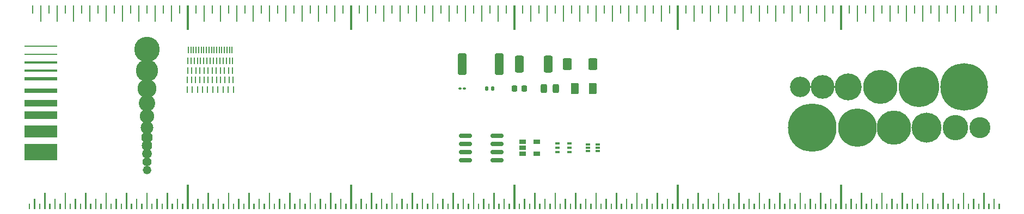
<source format=gbr>
G04 #@! TF.GenerationSoftware,KiCad,Pcbnew,(6.0.0)*
G04 #@! TF.CreationDate,2022-05-01T21:30:31-04:00*
G04 #@! TF.ProjectId,ruler,72756c65-722e-46b6-9963-61645f706362,0.1*
G04 #@! TF.SameCoordinates,Original*
G04 #@! TF.FileFunction,Soldermask,Top*
G04 #@! TF.FilePolarity,Negative*
%FSLAX46Y46*%
G04 Gerber Fmt 4.6, Leading zero omitted, Abs format (unit mm)*
G04 Created by KiCad (PCBNEW (6.0.0)) date 2022-05-01 21:30:31*
%MOMM*%
%LPD*%
G01*
G04 APERTURE LIST*
G04 Aperture macros list*
%AMRoundRect*
0 Rectangle with rounded corners*
0 $1 Rounding radius*
0 $2 $3 $4 $5 $6 $7 $8 $9 X,Y pos of 4 corners*
0 Add a 4 corners polygon primitive as box body*
4,1,4,$2,$3,$4,$5,$6,$7,$8,$9,$2,$3,0*
0 Add four circle primitives for the rounded corners*
1,1,$1+$1,$2,$3*
1,1,$1+$1,$4,$5*
1,1,$1+$1,$6,$7*
1,1,$1+$1,$8,$9*
0 Add four rect primitives between the rounded corners*
20,1,$1+$1,$2,$3,$4,$5,0*
20,1,$1+$1,$4,$5,$6,$7,0*
20,1,$1+$1,$6,$7,$8,$9,0*
20,1,$1+$1,$8,$9,$2,$3,0*%
G04 Aperture macros list end*
%ADD10R,1.060000X0.650000*%
%ADD11RoundRect,0.150000X-0.825000X-0.150000X0.825000X-0.150000X0.825000X0.150000X-0.825000X0.150000X0*%
%ADD12R,0.650000X0.400000*%
%ADD13R,0.700000X0.400000*%
%ADD14C,7.400000*%
%ADD15C,5.300000*%
%ADD16C,4.200000*%
%ADD17C,3.200000*%
%ADD18C,3.700000*%
%ADD19C,6.300000*%
%ADD20C,7.543800*%
%ADD21C,5.994400*%
%ADD22C,4.673600*%
%ADD23C,3.276600*%
%ADD24C,3.962400*%
%ADD25C,5.334000*%
%ADD26R,5.080000X1.016000*%
%ADD27R,5.080000X0.304800*%
%ADD28R,5.080000X0.381000*%
%ADD29R,5.080000X0.254000*%
%ADD30R,5.080000X1.270000*%
%ADD31R,5.080000X0.203200*%
%ADD32R,5.080000X2.540000*%
%ADD33R,5.080000X0.508000*%
%ADD34R,5.080000X0.762000*%
%ADD35R,5.080000X1.905000*%
%ADD36C,2.946400*%
%ADD37C,1.397000*%
%ADD38C,3.454400*%
%ADD39C,1.625600*%
%ADD40C,1.320800*%
%ADD41C,1.498600*%
%ADD42C,2.235200*%
%ADD43C,1.981200*%
%ADD44C,1.778000*%
%ADD45C,2.540000*%
%ADD46R,0.250000X1.000000*%
%ADD47RoundRect,0.250000X-0.425000X-1.425000X0.425000X-1.425000X0.425000X1.425000X-0.425000X1.425000X0*%
%ADD48RoundRect,0.147500X-0.147500X-0.172500X0.147500X-0.172500X0.147500X0.172500X-0.147500X0.172500X0*%
%ADD49RoundRect,0.243750X-0.243750X-0.456250X0.243750X-0.456250X0.243750X0.456250X-0.243750X0.456250X0*%
%ADD50RoundRect,0.100000X-0.130000X-0.100000X0.130000X-0.100000X0.130000X0.100000X-0.130000X0.100000X0*%
%ADD51RoundRect,0.218750X-0.218750X-0.256250X0.218750X-0.256250X0.218750X0.256250X-0.218750X0.256250X0*%
%ADD52RoundRect,0.249999X-0.450001X-0.650001X0.450001X-0.650001X0.450001X0.650001X-0.450001X0.650001X0*%
%ADD53RoundRect,0.250000X-0.425000X-1.075000X0.425000X-1.075000X0.425000X1.075000X-0.425000X1.075000X0*%
%ADD54RoundRect,0.250000X-0.375000X-0.625000X0.375000X-0.625000X0.375000X0.625000X-0.375000X0.625000X0*%
G04 APERTURE END LIST*
G36*
X115671600Y-77470000D02*
G01*
X115468400Y-77470000D01*
X115468400Y-76200000D01*
X115671600Y-76200000D01*
X115671600Y-77470000D01*
G37*
G36*
X124561600Y-78740000D02*
G01*
X124358400Y-78740000D01*
X124358400Y-76200000D01*
X124561600Y-76200000D01*
X124561600Y-78740000D01*
G37*
G36*
X122021600Y-78740000D02*
G01*
X121818400Y-78740000D01*
X121818400Y-76200000D01*
X122021600Y-76200000D01*
X122021600Y-78740000D01*
G37*
G36*
X104241600Y-78740000D02*
G01*
X104038400Y-78740000D01*
X104038400Y-76200000D01*
X104241600Y-76200000D01*
X104241600Y-78740000D01*
G37*
G36*
X116941600Y-78740000D02*
G01*
X116738400Y-78740000D01*
X116738400Y-76200000D01*
X116941600Y-76200000D01*
X116941600Y-78740000D01*
G37*
G36*
X125831600Y-77470000D02*
G01*
X125628400Y-77470000D01*
X125628400Y-76200000D01*
X125831600Y-76200000D01*
X125831600Y-77470000D01*
G37*
G36*
X123291600Y-77470000D02*
G01*
X123088400Y-77470000D01*
X123088400Y-76200000D01*
X123291600Y-76200000D01*
X123291600Y-77470000D01*
G37*
G36*
X105511600Y-77470000D02*
G01*
X105308400Y-77470000D01*
X105308400Y-76200000D01*
X105511600Y-76200000D01*
X105511600Y-77470000D01*
G37*
G36*
X111861600Y-78740000D02*
G01*
X111658400Y-78740000D01*
X111658400Y-76200000D01*
X111861600Y-76200000D01*
X111861600Y-78740000D01*
G37*
G36*
X102971600Y-77470000D02*
G01*
X102768400Y-77470000D01*
X102768400Y-76200000D01*
X102971600Y-76200000D01*
X102971600Y-77470000D01*
G37*
G36*
X109321600Y-78740000D02*
G01*
X109118400Y-78740000D01*
X109118400Y-76200000D01*
X109321600Y-76200000D01*
X109321600Y-78740000D01*
G37*
G36*
X114401600Y-78740000D02*
G01*
X114198400Y-78740000D01*
X114198400Y-76200000D01*
X114401600Y-76200000D01*
X114401600Y-78740000D01*
G37*
G36*
X108051600Y-77470000D02*
G01*
X107848400Y-77470000D01*
X107848400Y-76200000D01*
X108051600Y-76200000D01*
X108051600Y-77470000D01*
G37*
G36*
X106781600Y-78740000D02*
G01*
X106578400Y-78740000D01*
X106578400Y-76200000D01*
X106781600Y-76200000D01*
X106781600Y-78740000D01*
G37*
G36*
X110591600Y-77470000D02*
G01*
X110388400Y-77470000D01*
X110388400Y-76200000D01*
X110591600Y-76200000D01*
X110591600Y-77470000D01*
G37*
G36*
X113131600Y-77470000D02*
G01*
X112928400Y-77470000D01*
X112928400Y-76200000D01*
X113131600Y-76200000D01*
X113131600Y-77470000D01*
G37*
G36*
X120751600Y-77470000D02*
G01*
X120548400Y-77470000D01*
X120548400Y-76200000D01*
X120751600Y-76200000D01*
X120751600Y-77470000D01*
G37*
G36*
X127152400Y-80010000D02*
G01*
X126847600Y-80010000D01*
X126847600Y-76200000D01*
X127152400Y-76200000D01*
X127152400Y-80010000D01*
G37*
G36*
X118211600Y-77470000D02*
G01*
X118008400Y-77470000D01*
X118008400Y-76200000D01*
X118211600Y-76200000D01*
X118211600Y-77470000D01*
G37*
G36*
X101752400Y-80010000D02*
G01*
X101447600Y-80010000D01*
X101447600Y-76200000D01*
X101752400Y-76200000D01*
X101752400Y-80010000D01*
G37*
G36*
X119481600Y-78740000D02*
G01*
X119278400Y-78740000D01*
X119278400Y-76200000D01*
X119481600Y-76200000D01*
X119481600Y-78740000D01*
G37*
G36*
X86461600Y-78740000D02*
G01*
X86258400Y-78740000D01*
X86258400Y-76200000D01*
X86461600Y-76200000D01*
X86461600Y-78740000D01*
G37*
G36*
X78841600Y-78740000D02*
G01*
X78638400Y-78740000D01*
X78638400Y-76200000D01*
X78841600Y-76200000D01*
X78841600Y-78740000D01*
G37*
G36*
X94081600Y-78740000D02*
G01*
X93878400Y-78740000D01*
X93878400Y-76200000D01*
X94081600Y-76200000D01*
X94081600Y-78740000D01*
G37*
G36*
X99161600Y-78740000D02*
G01*
X98958400Y-78740000D01*
X98958400Y-76200000D01*
X99161600Y-76200000D01*
X99161600Y-78740000D01*
G37*
G36*
X85191600Y-77470000D02*
G01*
X84988400Y-77470000D01*
X84988400Y-76200000D01*
X85191600Y-76200000D01*
X85191600Y-77470000D01*
G37*
G36*
X96621600Y-78740000D02*
G01*
X96418400Y-78740000D01*
X96418400Y-76200000D01*
X96621600Y-76200000D01*
X96621600Y-78740000D01*
G37*
G36*
X83921600Y-78740000D02*
G01*
X83718400Y-78740000D01*
X83718400Y-76200000D01*
X83921600Y-76200000D01*
X83921600Y-78740000D01*
G37*
G36*
X89001600Y-78740000D02*
G01*
X88798400Y-78740000D01*
X88798400Y-76200000D01*
X89001600Y-76200000D01*
X89001600Y-78740000D01*
G37*
G36*
X92811600Y-77470000D02*
G01*
X92608400Y-77470000D01*
X92608400Y-76200000D01*
X92811600Y-76200000D01*
X92811600Y-77470000D01*
G37*
G36*
X80111600Y-77470000D02*
G01*
X79908400Y-77470000D01*
X79908400Y-76200000D01*
X80111600Y-76200000D01*
X80111600Y-77470000D01*
G37*
G36*
X81381600Y-78740000D02*
G01*
X81178400Y-78740000D01*
X81178400Y-76200000D01*
X81381600Y-76200000D01*
X81381600Y-78740000D01*
G37*
G36*
X90271600Y-77470000D02*
G01*
X90068400Y-77470000D01*
X90068400Y-76200000D01*
X90271600Y-76200000D01*
X90271600Y-77470000D01*
G37*
G36*
X82651600Y-77470000D02*
G01*
X82448400Y-77470000D01*
X82448400Y-76200000D01*
X82651600Y-76200000D01*
X82651600Y-77470000D01*
G37*
G36*
X91541600Y-78740000D02*
G01*
X91338400Y-78740000D01*
X91338400Y-76200000D01*
X91541600Y-76200000D01*
X91541600Y-78740000D01*
G37*
G36*
X77571600Y-77470000D02*
G01*
X77368400Y-77470000D01*
X77368400Y-76200000D01*
X77571600Y-76200000D01*
X77571600Y-77470000D01*
G37*
G36*
X87731600Y-77470000D02*
G01*
X87528400Y-77470000D01*
X87528400Y-76200000D01*
X87731600Y-76200000D01*
X87731600Y-77470000D01*
G37*
G36*
X95351600Y-77470000D02*
G01*
X95148400Y-77470000D01*
X95148400Y-76200000D01*
X95351600Y-76200000D01*
X95351600Y-77470000D01*
G37*
G36*
X100431600Y-77470000D02*
G01*
X100228400Y-77470000D01*
X100228400Y-76200000D01*
X100431600Y-76200000D01*
X100431600Y-77470000D01*
G37*
G36*
X97891600Y-77470000D02*
G01*
X97688400Y-77470000D01*
X97688400Y-76200000D01*
X97891600Y-76200000D01*
X97891600Y-77470000D01*
G37*
G36*
X202031600Y-77470000D02*
G01*
X201828400Y-77470000D01*
X201828400Y-76200000D01*
X202031600Y-76200000D01*
X202031600Y-77470000D01*
G37*
G36*
X198221600Y-78740000D02*
G01*
X198018400Y-78740000D01*
X198018400Y-76200000D01*
X198221600Y-76200000D01*
X198221600Y-78740000D01*
G37*
G36*
X185521600Y-78740000D02*
G01*
X185318400Y-78740000D01*
X185318400Y-76200000D01*
X185521600Y-76200000D01*
X185521600Y-78740000D01*
G37*
G36*
X195681600Y-78740000D02*
G01*
X195478400Y-78740000D01*
X195478400Y-76200000D01*
X195681600Y-76200000D01*
X195681600Y-78740000D01*
G37*
G36*
X182981600Y-78740000D02*
G01*
X182778400Y-78740000D01*
X182778400Y-76200000D01*
X182981600Y-76200000D01*
X182981600Y-78740000D01*
G37*
G36*
X203352400Y-80010000D02*
G01*
X203047600Y-80010000D01*
X203047600Y-76200000D01*
X203352400Y-76200000D01*
X203352400Y-80010000D01*
G37*
G36*
X191871600Y-77470000D02*
G01*
X191668400Y-77470000D01*
X191668400Y-76200000D01*
X191871600Y-76200000D01*
X191871600Y-77470000D01*
G37*
G36*
X190601600Y-78740000D02*
G01*
X190398400Y-78740000D01*
X190398400Y-76200000D01*
X190601600Y-76200000D01*
X190601600Y-78740000D01*
G37*
G36*
X180441600Y-78740000D02*
G01*
X180238400Y-78740000D01*
X180238400Y-76200000D01*
X180441600Y-76200000D01*
X180441600Y-78740000D01*
G37*
G36*
X194411600Y-77470000D02*
G01*
X194208400Y-77470000D01*
X194208400Y-76200000D01*
X194411600Y-76200000D01*
X194411600Y-77470000D01*
G37*
G36*
X199491600Y-77470000D02*
G01*
X199288400Y-77470000D01*
X199288400Y-76200000D01*
X199491600Y-76200000D01*
X199491600Y-77470000D01*
G37*
G36*
X189331600Y-77470000D02*
G01*
X189128400Y-77470000D01*
X189128400Y-76200000D01*
X189331600Y-76200000D01*
X189331600Y-77470000D01*
G37*
G36*
X196951600Y-77470000D02*
G01*
X196748400Y-77470000D01*
X196748400Y-76200000D01*
X196951600Y-76200000D01*
X196951600Y-77470000D01*
G37*
G36*
X179171600Y-77470000D02*
G01*
X178968400Y-77470000D01*
X178968400Y-76200000D01*
X179171600Y-76200000D01*
X179171600Y-77470000D01*
G37*
G36*
X193141600Y-78740000D02*
G01*
X192938400Y-78740000D01*
X192938400Y-76200000D01*
X193141600Y-76200000D01*
X193141600Y-78740000D01*
G37*
G36*
X186791600Y-77470000D02*
G01*
X186588400Y-77470000D01*
X186588400Y-76200000D01*
X186791600Y-76200000D01*
X186791600Y-77470000D01*
G37*
G36*
X184251600Y-77470000D02*
G01*
X184048400Y-77470000D01*
X184048400Y-76200000D01*
X184251600Y-76200000D01*
X184251600Y-77470000D01*
G37*
G36*
X177952400Y-80010000D02*
G01*
X177647600Y-80010000D01*
X177647600Y-76200000D01*
X177952400Y-76200000D01*
X177952400Y-80010000D01*
G37*
G36*
X188061600Y-78740000D02*
G01*
X187858400Y-78740000D01*
X187858400Y-76200000D01*
X188061600Y-76200000D01*
X188061600Y-78740000D01*
G37*
G36*
X181711600Y-77470000D02*
G01*
X181508400Y-77470000D01*
X181508400Y-76200000D01*
X181711600Y-76200000D01*
X181711600Y-77470000D01*
G37*
G36*
X200761600Y-78740000D02*
G01*
X200558400Y-78740000D01*
X200558400Y-76200000D01*
X200761600Y-76200000D01*
X200761600Y-78740000D01*
G37*
G36*
X209651600Y-77470000D02*
G01*
X209448400Y-77470000D01*
X209448400Y-76200000D01*
X209651600Y-76200000D01*
X209651600Y-77470000D01*
G37*
G36*
X219811600Y-77470000D02*
G01*
X219608400Y-77470000D01*
X219608400Y-76200000D01*
X219811600Y-76200000D01*
X219811600Y-77470000D01*
G37*
G36*
X227431600Y-77470000D02*
G01*
X227228400Y-77470000D01*
X227228400Y-76200000D01*
X227431600Y-76200000D01*
X227431600Y-77470000D01*
G37*
G36*
X210921600Y-78740000D02*
G01*
X210718400Y-78740000D01*
X210718400Y-76200000D01*
X210921600Y-76200000D01*
X210921600Y-78740000D01*
G37*
G36*
X213461600Y-78740000D02*
G01*
X213258400Y-78740000D01*
X213258400Y-76200000D01*
X213461600Y-76200000D01*
X213461600Y-78740000D01*
G37*
G36*
X221081600Y-78740000D02*
G01*
X220878400Y-78740000D01*
X220878400Y-76200000D01*
X221081600Y-76200000D01*
X221081600Y-78740000D01*
G37*
G36*
X208381600Y-78740000D02*
G01*
X208178400Y-78740000D01*
X208178400Y-76200000D01*
X208381600Y-76200000D01*
X208381600Y-78740000D01*
G37*
G36*
X217271600Y-77470000D02*
G01*
X217068400Y-77470000D01*
X217068400Y-76200000D01*
X217271600Y-76200000D01*
X217271600Y-77470000D01*
G37*
G36*
X218541600Y-78740000D02*
G01*
X218338400Y-78740000D01*
X218338400Y-76200000D01*
X218541600Y-76200000D01*
X218541600Y-78740000D01*
G37*
G36*
X212191600Y-77470000D02*
G01*
X211988400Y-77470000D01*
X211988400Y-76200000D01*
X212191600Y-76200000D01*
X212191600Y-77470000D01*
G37*
G36*
X204571600Y-77470000D02*
G01*
X204368400Y-77470000D01*
X204368400Y-76200000D01*
X204571600Y-76200000D01*
X204571600Y-77470000D01*
G37*
G36*
X214731600Y-77470000D02*
G01*
X214528400Y-77470000D01*
X214528400Y-76200000D01*
X214731600Y-76200000D01*
X214731600Y-77470000D01*
G37*
G36*
X216001600Y-78740000D02*
G01*
X215798400Y-78740000D01*
X215798400Y-76200000D01*
X216001600Y-76200000D01*
X216001600Y-78740000D01*
G37*
G36*
X207111600Y-77470000D02*
G01*
X206908400Y-77470000D01*
X206908400Y-76200000D01*
X207111600Y-76200000D01*
X207111600Y-77470000D01*
G37*
G36*
X223621600Y-78740000D02*
G01*
X223418400Y-78740000D01*
X223418400Y-76200000D01*
X223621600Y-76200000D01*
X223621600Y-78740000D01*
G37*
G36*
X205841600Y-78740000D02*
G01*
X205638400Y-78740000D01*
X205638400Y-76200000D01*
X205841600Y-76200000D01*
X205841600Y-78740000D01*
G37*
G36*
X222351600Y-77470000D02*
G01*
X222148400Y-77470000D01*
X222148400Y-76200000D01*
X222351600Y-76200000D01*
X222351600Y-77470000D01*
G37*
G36*
X226161600Y-78740000D02*
G01*
X225958400Y-78740000D01*
X225958400Y-76200000D01*
X226161600Y-76200000D01*
X226161600Y-78740000D01*
G37*
G36*
X224891600Y-77470000D02*
G01*
X224688400Y-77470000D01*
X224688400Y-76200000D01*
X224891600Y-76200000D01*
X224891600Y-77470000D01*
G37*
G36*
X123926600Y-107950000D02*
G01*
X123723400Y-107950000D01*
X123723400Y-105410000D01*
X123926600Y-105410000D01*
X123926600Y-107950000D01*
G37*
G36*
X126307850Y-107950000D02*
G01*
X126104650Y-107950000D01*
X126104650Y-107156250D01*
X126307850Y-107156250D01*
X126307850Y-107950000D01*
G37*
G36*
X107257850Y-107950000D02*
G01*
X107054650Y-107950000D01*
X107054650Y-107156250D01*
X107257850Y-107156250D01*
X107257850Y-107950000D01*
G37*
G36*
X123132850Y-107950000D02*
G01*
X122929650Y-107950000D01*
X122929650Y-107156250D01*
X123132850Y-107156250D01*
X123132850Y-107950000D01*
G37*
G36*
X120751600Y-107950000D02*
G01*
X120548400Y-107950000D01*
X120548400Y-105410000D01*
X120751600Y-105410000D01*
X120751600Y-107950000D01*
G37*
G36*
X102495350Y-107950000D02*
G01*
X102292150Y-107950000D01*
X102292150Y-107156250D01*
X102495350Y-107156250D01*
X102495350Y-107950000D01*
G37*
G36*
X121545350Y-107950000D02*
G01*
X121342150Y-107950000D01*
X121342150Y-107156250D01*
X121545350Y-107156250D01*
X121545350Y-107950000D01*
G37*
G36*
X112814100Y-107950000D02*
G01*
X112610900Y-107950000D01*
X112610900Y-106362500D01*
X112814100Y-106362500D01*
X112814100Y-107950000D01*
G37*
G36*
X111226600Y-107950000D02*
G01*
X111023400Y-107950000D01*
X111023400Y-105410000D01*
X111226600Y-105410000D01*
X111226600Y-107950000D01*
G37*
G36*
X117576600Y-107950000D02*
G01*
X117373400Y-107950000D01*
X117373400Y-105410000D01*
X117576600Y-105410000D01*
X117576600Y-107950000D01*
G37*
G36*
X113607850Y-107950000D02*
G01*
X113404650Y-107950000D01*
X113404650Y-107156250D01*
X113607850Y-107156250D01*
X113607850Y-107950000D01*
G37*
G36*
X112020350Y-107950000D02*
G01*
X111817150Y-107950000D01*
X111817150Y-107156250D01*
X112020350Y-107156250D01*
X112020350Y-107950000D01*
G37*
G36*
X127152400Y-107950000D02*
G01*
X126847600Y-107950000D01*
X126847600Y-104140000D01*
X127152400Y-104140000D01*
X127152400Y-107950000D01*
G37*
G36*
X116782850Y-107950000D02*
G01*
X116579650Y-107950000D01*
X116579650Y-107156250D01*
X116782850Y-107156250D01*
X116782850Y-107950000D01*
G37*
G36*
X115195350Y-107950000D02*
G01*
X114992150Y-107950000D01*
X114992150Y-107156250D01*
X115195350Y-107156250D01*
X115195350Y-107950000D01*
G37*
G36*
X109639100Y-107950000D02*
G01*
X109435900Y-107950000D01*
X109435900Y-106362500D01*
X109639100Y-106362500D01*
X109639100Y-107950000D01*
G37*
G36*
X119164100Y-107950000D02*
G01*
X118960900Y-107950000D01*
X118960900Y-106362500D01*
X119164100Y-106362500D01*
X119164100Y-107950000D01*
G37*
G36*
X124720350Y-107950000D02*
G01*
X124517150Y-107950000D01*
X124517150Y-107156250D01*
X124720350Y-107156250D01*
X124720350Y-107950000D01*
G37*
G36*
X108845350Y-107950000D02*
G01*
X108642150Y-107950000D01*
X108642150Y-107156250D01*
X108845350Y-107156250D01*
X108845350Y-107950000D01*
G37*
G36*
X103289100Y-107950000D02*
G01*
X103085900Y-107950000D01*
X103085900Y-106362500D01*
X103289100Y-106362500D01*
X103289100Y-107950000D01*
G37*
G36*
X122339100Y-107950000D02*
G01*
X122135900Y-107950000D01*
X122135900Y-106362500D01*
X122339100Y-106362500D01*
X122339100Y-107950000D01*
G37*
G36*
X105670350Y-107950000D02*
G01*
X105467150Y-107950000D01*
X105467150Y-107156250D01*
X105670350Y-107156250D01*
X105670350Y-107950000D01*
G37*
G36*
X101752400Y-107950000D02*
G01*
X101447600Y-107950000D01*
X101447600Y-104140000D01*
X101752400Y-104140000D01*
X101752400Y-107950000D01*
G37*
G36*
X104876600Y-107950000D02*
G01*
X104673400Y-107950000D01*
X104673400Y-105410000D01*
X104876600Y-105410000D01*
X104876600Y-107950000D01*
G37*
G36*
X114401600Y-107950000D02*
G01*
X114198400Y-107950000D01*
X114198400Y-105410000D01*
X114401600Y-105410000D01*
X114401600Y-107950000D01*
G37*
G36*
X108051600Y-107950000D02*
G01*
X107848400Y-107950000D01*
X107848400Y-105410000D01*
X108051600Y-105410000D01*
X108051600Y-107950000D01*
G37*
G36*
X118370350Y-107950000D02*
G01*
X118167150Y-107950000D01*
X118167150Y-107156250D01*
X118370350Y-107156250D01*
X118370350Y-107950000D01*
G37*
G36*
X125514100Y-107950000D02*
G01*
X125310900Y-107950000D01*
X125310900Y-106362500D01*
X125514100Y-106362500D01*
X125514100Y-107950000D01*
G37*
G36*
X110432850Y-107950000D02*
G01*
X110229650Y-107950000D01*
X110229650Y-107156250D01*
X110432850Y-107156250D01*
X110432850Y-107950000D01*
G37*
G36*
X119957850Y-107950000D02*
G01*
X119754650Y-107950000D01*
X119754650Y-107156250D01*
X119957850Y-107156250D01*
X119957850Y-107950000D01*
G37*
G36*
X115989100Y-107950000D02*
G01*
X115785900Y-107950000D01*
X115785900Y-106362500D01*
X115989100Y-106362500D01*
X115989100Y-107950000D01*
G37*
G36*
X104082850Y-107950000D02*
G01*
X103879650Y-107950000D01*
X103879650Y-107156250D01*
X104082850Y-107156250D01*
X104082850Y-107950000D01*
G37*
G36*
X106464100Y-107950000D02*
G01*
X106260900Y-107950000D01*
X106260900Y-106362500D01*
X106464100Y-106362500D01*
X106464100Y-107950000D01*
G37*
G36*
X100114100Y-107950000D02*
G01*
X99910900Y-107950000D01*
X99910900Y-106362500D01*
X100114100Y-106362500D01*
X100114100Y-107950000D01*
G37*
G36*
X89795350Y-107950000D02*
G01*
X89592150Y-107950000D01*
X89592150Y-107156250D01*
X89795350Y-107156250D01*
X89795350Y-107950000D01*
G37*
G36*
X92176600Y-107950000D02*
G01*
X91973400Y-107950000D01*
X91973400Y-105410000D01*
X92176600Y-105410000D01*
X92176600Y-107950000D01*
G37*
G36*
X85826600Y-107950000D02*
G01*
X85623400Y-107950000D01*
X85623400Y-105410000D01*
X85826600Y-105410000D01*
X85826600Y-107950000D01*
G37*
G36*
X81857850Y-107950000D02*
G01*
X81654650Y-107950000D01*
X81654650Y-107156250D01*
X81857850Y-107156250D01*
X81857850Y-107950000D01*
G37*
G36*
X95351600Y-107950000D02*
G01*
X95148400Y-107950000D01*
X95148400Y-105410000D01*
X95351600Y-105410000D01*
X95351600Y-107950000D01*
G37*
G36*
X98526600Y-107950000D02*
G01*
X98323400Y-107950000D01*
X98323400Y-105410000D01*
X98526600Y-105410000D01*
X98526600Y-107950000D01*
G37*
G36*
X93764100Y-107950000D02*
G01*
X93560900Y-107950000D01*
X93560900Y-106362500D01*
X93764100Y-106362500D01*
X93764100Y-107950000D01*
G37*
G36*
X94557850Y-107950000D02*
G01*
X94354650Y-107950000D01*
X94354650Y-107156250D01*
X94557850Y-107156250D01*
X94557850Y-107950000D01*
G37*
G36*
X96939100Y-107950000D02*
G01*
X96735900Y-107950000D01*
X96735900Y-106362500D01*
X96939100Y-106362500D01*
X96939100Y-107950000D01*
G37*
G36*
X82651600Y-107950000D02*
G01*
X82448400Y-107950000D01*
X82448400Y-105410000D01*
X82651600Y-105410000D01*
X82651600Y-107950000D01*
G37*
G36*
X99320350Y-107950000D02*
G01*
X99117150Y-107950000D01*
X99117150Y-107156250D01*
X99320350Y-107156250D01*
X99320350Y-107950000D01*
G37*
G36*
X96145350Y-107950000D02*
G01*
X95942150Y-107950000D01*
X95942150Y-107156250D01*
X96145350Y-107156250D01*
X96145350Y-107950000D01*
G37*
G36*
X86620350Y-107950000D02*
G01*
X86417150Y-107950000D01*
X86417150Y-107156250D01*
X86620350Y-107156250D01*
X86620350Y-107950000D01*
G37*
G36*
X78682850Y-107950000D02*
G01*
X78479650Y-107950000D01*
X78479650Y-107156250D01*
X78682850Y-107156250D01*
X78682850Y-107950000D01*
G37*
G36*
X77889100Y-107950000D02*
G01*
X77685900Y-107950000D01*
X77685900Y-106362500D01*
X77889100Y-106362500D01*
X77889100Y-107950000D01*
G37*
G36*
X79476600Y-107950000D02*
G01*
X79273400Y-107950000D01*
X79273400Y-105410000D01*
X79476600Y-105410000D01*
X79476600Y-107950000D01*
G37*
G36*
X92970350Y-107950000D02*
G01*
X92767150Y-107950000D01*
X92767150Y-107156250D01*
X92970350Y-107156250D01*
X92970350Y-107950000D01*
G37*
G36*
X77095350Y-107950000D02*
G01*
X76892150Y-107950000D01*
X76892150Y-107156250D01*
X77095350Y-107156250D01*
X77095350Y-107950000D01*
G37*
G36*
X84239100Y-107950000D02*
G01*
X84035900Y-107950000D01*
X84035900Y-106362500D01*
X84239100Y-106362500D01*
X84239100Y-107950000D01*
G37*
G36*
X89001600Y-107950000D02*
G01*
X88798400Y-107950000D01*
X88798400Y-105410000D01*
X89001600Y-105410000D01*
X89001600Y-107950000D01*
G37*
G36*
X80270350Y-107950000D02*
G01*
X80067150Y-107950000D01*
X80067150Y-107156250D01*
X80270350Y-107156250D01*
X80270350Y-107950000D01*
G37*
G36*
X87414100Y-107950000D02*
G01*
X87210900Y-107950000D01*
X87210900Y-106362500D01*
X87414100Y-106362500D01*
X87414100Y-107950000D01*
G37*
G36*
X100907850Y-107950000D02*
G01*
X100704650Y-107950000D01*
X100704650Y-107156250D01*
X100907850Y-107156250D01*
X100907850Y-107950000D01*
G37*
G36*
X90589100Y-107950000D02*
G01*
X90385900Y-107950000D01*
X90385900Y-106362500D01*
X90589100Y-106362500D01*
X90589100Y-107950000D01*
G37*
G36*
X91382850Y-107950000D02*
G01*
X91179650Y-107950000D01*
X91179650Y-107156250D01*
X91382850Y-107156250D01*
X91382850Y-107950000D01*
G37*
G36*
X83445350Y-107950000D02*
G01*
X83242150Y-107950000D01*
X83242150Y-107156250D01*
X83445350Y-107156250D01*
X83445350Y-107950000D01*
G37*
G36*
X85032850Y-107950000D02*
G01*
X84829650Y-107950000D01*
X84829650Y-107156250D01*
X85032850Y-107156250D01*
X85032850Y-107950000D01*
G37*
G36*
X88207850Y-107950000D02*
G01*
X88004650Y-107950000D01*
X88004650Y-107156250D01*
X88207850Y-107156250D01*
X88207850Y-107950000D01*
G37*
G36*
X97732850Y-107950000D02*
G01*
X97529650Y-107950000D01*
X97529650Y-107156250D01*
X97732850Y-107156250D01*
X97732850Y-107950000D01*
G37*
G36*
X81064100Y-107950000D02*
G01*
X80860900Y-107950000D01*
X80860900Y-106362500D01*
X81064100Y-106362500D01*
X81064100Y-107950000D01*
G37*
G36*
X179489100Y-107950000D02*
G01*
X179285900Y-107950000D01*
X179285900Y-106362500D01*
X179489100Y-106362500D01*
X179489100Y-107950000D01*
G37*
G36*
X194570350Y-107950000D02*
G01*
X194367150Y-107950000D01*
X194367150Y-107156250D01*
X194570350Y-107156250D01*
X194570350Y-107950000D01*
G37*
G36*
X178695350Y-107950000D02*
G01*
X178492150Y-107950000D01*
X178492150Y-107156250D01*
X178695350Y-107156250D01*
X178695350Y-107950000D01*
G37*
G36*
X184251600Y-107950000D02*
G01*
X184048400Y-107950000D01*
X184048400Y-105410000D01*
X184251600Y-105410000D01*
X184251600Y-107950000D01*
G37*
G36*
X201714100Y-107950000D02*
G01*
X201510900Y-107950000D01*
X201510900Y-106362500D01*
X201714100Y-106362500D01*
X201714100Y-107950000D01*
G37*
G36*
X192189100Y-107950000D02*
G01*
X191985900Y-107950000D01*
X191985900Y-106362500D01*
X192189100Y-106362500D01*
X192189100Y-107950000D01*
G37*
G36*
X191395350Y-107950000D02*
G01*
X191192150Y-107950000D01*
X191192150Y-107156250D01*
X191395350Y-107156250D01*
X191395350Y-107950000D01*
G37*
G36*
X189014100Y-107950000D02*
G01*
X188810900Y-107950000D01*
X188810900Y-106362500D01*
X189014100Y-106362500D01*
X189014100Y-107950000D01*
G37*
G36*
X190601600Y-107950000D02*
G01*
X190398400Y-107950000D01*
X190398400Y-105410000D01*
X190601600Y-105410000D01*
X190601600Y-107950000D01*
G37*
G36*
X200126600Y-107950000D02*
G01*
X199923400Y-107950000D01*
X199923400Y-105410000D01*
X200126600Y-105410000D01*
X200126600Y-107950000D01*
G37*
G36*
X199332850Y-107950000D02*
G01*
X199129650Y-107950000D01*
X199129650Y-107156250D01*
X199332850Y-107156250D01*
X199332850Y-107950000D01*
G37*
G36*
X188220350Y-107950000D02*
G01*
X188017150Y-107950000D01*
X188017150Y-107156250D01*
X188220350Y-107156250D01*
X188220350Y-107950000D01*
G37*
G36*
X197745350Y-107950000D02*
G01*
X197542150Y-107950000D01*
X197542150Y-107156250D01*
X197745350Y-107156250D01*
X197745350Y-107950000D01*
G37*
G36*
X196951600Y-107950000D02*
G01*
X196748400Y-107950000D01*
X196748400Y-105410000D01*
X196951600Y-105410000D01*
X196951600Y-107950000D01*
G37*
G36*
X181870350Y-107950000D02*
G01*
X181667150Y-107950000D01*
X181667150Y-107156250D01*
X181870350Y-107156250D01*
X181870350Y-107950000D01*
G37*
G36*
X185839100Y-107950000D02*
G01*
X185635900Y-107950000D01*
X185635900Y-106362500D01*
X185839100Y-106362500D01*
X185839100Y-107950000D01*
G37*
G36*
X177952400Y-107950000D02*
G01*
X177647600Y-107950000D01*
X177647600Y-104140000D01*
X177952400Y-104140000D01*
X177952400Y-107950000D01*
G37*
G36*
X185045350Y-107950000D02*
G01*
X184842150Y-107950000D01*
X184842150Y-107156250D01*
X185045350Y-107156250D01*
X185045350Y-107950000D01*
G37*
G36*
X202507850Y-107950000D02*
G01*
X202304650Y-107950000D01*
X202304650Y-107156250D01*
X202507850Y-107156250D01*
X202507850Y-107950000D01*
G37*
G36*
X180282850Y-107950000D02*
G01*
X180079650Y-107950000D01*
X180079650Y-107156250D01*
X180282850Y-107156250D01*
X180282850Y-107950000D01*
G37*
G36*
X195364100Y-107950000D02*
G01*
X195160900Y-107950000D01*
X195160900Y-106362500D01*
X195364100Y-106362500D01*
X195364100Y-107950000D01*
G37*
G36*
X189807850Y-107950000D02*
G01*
X189604650Y-107950000D01*
X189604650Y-107156250D01*
X189807850Y-107156250D01*
X189807850Y-107950000D01*
G37*
G36*
X196157850Y-107950000D02*
G01*
X195954650Y-107950000D01*
X195954650Y-107156250D01*
X196157850Y-107156250D01*
X196157850Y-107950000D01*
G37*
G36*
X182664100Y-107950000D02*
G01*
X182460900Y-107950000D01*
X182460900Y-106362500D01*
X182664100Y-106362500D01*
X182664100Y-107950000D01*
G37*
G36*
X193776600Y-107950000D02*
G01*
X193573400Y-107950000D01*
X193573400Y-105410000D01*
X193776600Y-105410000D01*
X193776600Y-107950000D01*
G37*
G36*
X203352400Y-107950000D02*
G01*
X203047600Y-107950000D01*
X203047600Y-104140000D01*
X203352400Y-104140000D01*
X203352400Y-107950000D01*
G37*
G36*
X186632850Y-107950000D02*
G01*
X186429650Y-107950000D01*
X186429650Y-107156250D01*
X186632850Y-107156250D01*
X186632850Y-107950000D01*
G37*
G36*
X198539100Y-107950000D02*
G01*
X198335900Y-107950000D01*
X198335900Y-106362500D01*
X198539100Y-106362500D01*
X198539100Y-107950000D01*
G37*
G36*
X187426600Y-107950000D02*
G01*
X187223400Y-107950000D01*
X187223400Y-105410000D01*
X187426600Y-105410000D01*
X187426600Y-107950000D01*
G37*
G36*
X183457850Y-107950000D02*
G01*
X183254650Y-107950000D01*
X183254650Y-107156250D01*
X183457850Y-107156250D01*
X183457850Y-107950000D01*
G37*
G36*
X200920350Y-107950000D02*
G01*
X200717150Y-107950000D01*
X200717150Y-107156250D01*
X200920350Y-107156250D01*
X200920350Y-107950000D01*
G37*
G36*
X192982850Y-107950000D02*
G01*
X192779650Y-107950000D01*
X192779650Y-107156250D01*
X192982850Y-107156250D01*
X192982850Y-107950000D01*
G37*
G36*
X181076600Y-107950000D02*
G01*
X180873400Y-107950000D01*
X180873400Y-105410000D01*
X181076600Y-105410000D01*
X181076600Y-107950000D01*
G37*
G36*
X214414100Y-107950000D02*
G01*
X214210900Y-107950000D01*
X214210900Y-106362500D01*
X214414100Y-106362500D01*
X214414100Y-107950000D01*
G37*
G36*
X217589100Y-107950000D02*
G01*
X217385900Y-107950000D01*
X217385900Y-106362500D01*
X217589100Y-106362500D01*
X217589100Y-107950000D01*
G37*
G36*
X209651600Y-107950000D02*
G01*
X209448400Y-107950000D01*
X209448400Y-105410000D01*
X209651600Y-105410000D01*
X209651600Y-107950000D01*
G37*
G36*
X204095350Y-107950000D02*
G01*
X203892150Y-107950000D01*
X203892150Y-107156250D01*
X204095350Y-107156250D01*
X204095350Y-107950000D01*
G37*
G36*
X204889100Y-107950000D02*
G01*
X204685900Y-107950000D01*
X204685900Y-106362500D01*
X204889100Y-106362500D01*
X204889100Y-107950000D01*
G37*
G36*
X225526600Y-107950000D02*
G01*
X225323400Y-107950000D01*
X225323400Y-105410000D01*
X225526600Y-105410000D01*
X225526600Y-107950000D01*
G37*
G36*
X224732850Y-107950000D02*
G01*
X224529650Y-107950000D01*
X224529650Y-107156250D01*
X224732850Y-107156250D01*
X224732850Y-107950000D01*
G37*
G36*
X219970350Y-107950000D02*
G01*
X219767150Y-107950000D01*
X219767150Y-107156250D01*
X219970350Y-107156250D01*
X219970350Y-107950000D01*
G37*
G36*
X223939100Y-107950000D02*
G01*
X223735900Y-107950000D01*
X223735900Y-106362500D01*
X223939100Y-106362500D01*
X223939100Y-107950000D01*
G37*
G36*
X212032850Y-107950000D02*
G01*
X211829650Y-107950000D01*
X211829650Y-107156250D01*
X212032850Y-107156250D01*
X212032850Y-107950000D01*
G37*
G36*
X212826600Y-107950000D02*
G01*
X212623400Y-107950000D01*
X212623400Y-105410000D01*
X212826600Y-105410000D01*
X212826600Y-107950000D01*
G37*
G36*
X216001600Y-107950000D02*
G01*
X215798400Y-107950000D01*
X215798400Y-105410000D01*
X216001600Y-105410000D01*
X216001600Y-107950000D01*
G37*
G36*
X216795350Y-107950000D02*
G01*
X216592150Y-107950000D01*
X216592150Y-107156250D01*
X216795350Y-107156250D01*
X216795350Y-107950000D01*
G37*
G36*
X218382850Y-107950000D02*
G01*
X218179650Y-107950000D01*
X218179650Y-107156250D01*
X218382850Y-107156250D01*
X218382850Y-107950000D01*
G37*
G36*
X220764100Y-107950000D02*
G01*
X220560900Y-107950000D01*
X220560900Y-106362500D01*
X220764100Y-106362500D01*
X220764100Y-107950000D01*
G37*
G36*
X221557850Y-107950000D02*
G01*
X221354650Y-107950000D01*
X221354650Y-107156250D01*
X221557850Y-107156250D01*
X221557850Y-107950000D01*
G37*
G36*
X223145350Y-107950000D02*
G01*
X222942150Y-107950000D01*
X222942150Y-107156250D01*
X223145350Y-107156250D01*
X223145350Y-107950000D01*
G37*
G36*
X226320350Y-107950000D02*
G01*
X226117150Y-107950000D01*
X226117150Y-107156250D01*
X226320350Y-107156250D01*
X226320350Y-107950000D01*
G37*
G36*
X227907850Y-107950000D02*
G01*
X227704650Y-107950000D01*
X227704650Y-107156250D01*
X227907850Y-107156250D01*
X227907850Y-107950000D01*
G37*
G36*
X208857850Y-107950000D02*
G01*
X208654650Y-107950000D01*
X208654650Y-107156250D01*
X208857850Y-107156250D01*
X208857850Y-107950000D01*
G37*
G36*
X211239100Y-107950000D02*
G01*
X211035900Y-107950000D01*
X211035900Y-106362500D01*
X211239100Y-106362500D01*
X211239100Y-107950000D01*
G37*
G36*
X215207850Y-107950000D02*
G01*
X215004650Y-107950000D01*
X215004650Y-107156250D01*
X215207850Y-107156250D01*
X215207850Y-107950000D01*
G37*
G36*
X213620350Y-107950000D02*
G01*
X213417150Y-107950000D01*
X213417150Y-107156250D01*
X213620350Y-107156250D01*
X213620350Y-107950000D01*
G37*
G36*
X208064100Y-107950000D02*
G01*
X207860900Y-107950000D01*
X207860900Y-106362500D01*
X208064100Y-106362500D01*
X208064100Y-107950000D01*
G37*
G36*
X227114100Y-107950000D02*
G01*
X226910900Y-107950000D01*
X226910900Y-106362500D01*
X227114100Y-106362500D01*
X227114100Y-107950000D01*
G37*
G36*
X210445350Y-107950000D02*
G01*
X210242150Y-107950000D01*
X210242150Y-107156250D01*
X210445350Y-107156250D01*
X210445350Y-107950000D01*
G37*
G36*
X222351600Y-107950000D02*
G01*
X222148400Y-107950000D01*
X222148400Y-105410000D01*
X222351600Y-105410000D01*
X222351600Y-107950000D01*
G37*
G36*
X207270350Y-107950000D02*
G01*
X207067150Y-107950000D01*
X207067150Y-107156250D01*
X207270350Y-107156250D01*
X207270350Y-107950000D01*
G37*
G36*
X219176600Y-107950000D02*
G01*
X218973400Y-107950000D01*
X218973400Y-105410000D01*
X219176600Y-105410000D01*
X219176600Y-107950000D01*
G37*
G36*
X205682850Y-107950000D02*
G01*
X205479650Y-107950000D01*
X205479650Y-107156250D01*
X205682850Y-107156250D01*
X205682850Y-107950000D01*
G37*
G36*
X206476600Y-107950000D02*
G01*
X206273400Y-107950000D01*
X206273400Y-105410000D01*
X206476600Y-105410000D01*
X206476600Y-107950000D01*
G37*
G36*
X154882850Y-107950000D02*
G01*
X154679650Y-107950000D01*
X154679650Y-107156250D01*
X154882850Y-107156250D01*
X154882850Y-107950000D01*
G37*
G36*
X165201600Y-107950000D02*
G01*
X164998400Y-107950000D01*
X164998400Y-105410000D01*
X165201600Y-105410000D01*
X165201600Y-107950000D01*
G37*
G36*
X160439100Y-107950000D02*
G01*
X160235900Y-107950000D01*
X160235900Y-106362500D01*
X160439100Y-106362500D01*
X160439100Y-107950000D01*
G37*
G36*
X174726600Y-107950000D02*
G01*
X174523400Y-107950000D01*
X174523400Y-105410000D01*
X174726600Y-105410000D01*
X174726600Y-107950000D01*
G37*
G36*
X176314100Y-107950000D02*
G01*
X176110900Y-107950000D01*
X176110900Y-106362500D01*
X176314100Y-106362500D01*
X176314100Y-107950000D01*
G37*
G36*
X158057850Y-107950000D02*
G01*
X157854650Y-107950000D01*
X157854650Y-107156250D01*
X158057850Y-107156250D01*
X158057850Y-107950000D01*
G37*
G36*
X157264100Y-107950000D02*
G01*
X157060900Y-107950000D01*
X157060900Y-106362500D01*
X157264100Y-106362500D01*
X157264100Y-107950000D01*
G37*
G36*
X162026600Y-107950000D02*
G01*
X161823400Y-107950000D01*
X161823400Y-105410000D01*
X162026600Y-105410000D01*
X162026600Y-107950000D01*
G37*
G36*
X177952400Y-107950000D02*
G01*
X177647600Y-107950000D01*
X177647600Y-104140000D01*
X177952400Y-104140000D01*
X177952400Y-107950000D01*
G37*
G36*
X152552400Y-107950000D02*
G01*
X152247600Y-107950000D01*
X152247600Y-104140000D01*
X152552400Y-104140000D01*
X152552400Y-107950000D01*
G37*
G36*
X158851600Y-107950000D02*
G01*
X158648400Y-107950000D01*
X158648400Y-105410000D01*
X158851600Y-105410000D01*
X158851600Y-107950000D01*
G37*
G36*
X153295350Y-107950000D02*
G01*
X153092150Y-107950000D01*
X153092150Y-107156250D01*
X153295350Y-107156250D01*
X153295350Y-107950000D01*
G37*
G36*
X154089100Y-107950000D02*
G01*
X153885900Y-107950000D01*
X153885900Y-106362500D01*
X154089100Y-106362500D01*
X154089100Y-107950000D01*
G37*
G36*
X164407850Y-107950000D02*
G01*
X164204650Y-107950000D01*
X164204650Y-107156250D01*
X164407850Y-107156250D01*
X164407850Y-107950000D01*
G37*
G36*
X173932850Y-107950000D02*
G01*
X173729650Y-107950000D01*
X173729650Y-107156250D01*
X173932850Y-107156250D01*
X173932850Y-107950000D01*
G37*
G36*
X170757850Y-107950000D02*
G01*
X170554650Y-107950000D01*
X170554650Y-107156250D01*
X170757850Y-107156250D01*
X170757850Y-107950000D01*
G37*
G36*
X168376600Y-107950000D02*
G01*
X168173400Y-107950000D01*
X168173400Y-105410000D01*
X168376600Y-105410000D01*
X168376600Y-107950000D01*
G37*
G36*
X165995350Y-107950000D02*
G01*
X165792150Y-107950000D01*
X165792150Y-107156250D01*
X165995350Y-107156250D01*
X165995350Y-107950000D01*
G37*
G36*
X167582850Y-107950000D02*
G01*
X167379650Y-107950000D01*
X167379650Y-107156250D01*
X167582850Y-107156250D01*
X167582850Y-107950000D01*
G37*
G36*
X162820350Y-107950000D02*
G01*
X162617150Y-107950000D01*
X162617150Y-107156250D01*
X162820350Y-107156250D01*
X162820350Y-107950000D01*
G37*
G36*
X173139100Y-107950000D02*
G01*
X172935900Y-107950000D01*
X172935900Y-106362500D01*
X173139100Y-106362500D01*
X173139100Y-107950000D01*
G37*
G36*
X172345350Y-107950000D02*
G01*
X172142150Y-107950000D01*
X172142150Y-107156250D01*
X172345350Y-107156250D01*
X172345350Y-107950000D01*
G37*
G36*
X155676600Y-107950000D02*
G01*
X155473400Y-107950000D01*
X155473400Y-105410000D01*
X155676600Y-105410000D01*
X155676600Y-107950000D01*
G37*
G36*
X171551600Y-107950000D02*
G01*
X171348400Y-107950000D01*
X171348400Y-105410000D01*
X171551600Y-105410000D01*
X171551600Y-107950000D01*
G37*
G36*
X177107850Y-107950000D02*
G01*
X176904650Y-107950000D01*
X176904650Y-107156250D01*
X177107850Y-107156250D01*
X177107850Y-107950000D01*
G37*
G36*
X169964100Y-107950000D02*
G01*
X169760900Y-107950000D01*
X169760900Y-106362500D01*
X169964100Y-106362500D01*
X169964100Y-107950000D01*
G37*
G36*
X169170350Y-107950000D02*
G01*
X168967150Y-107950000D01*
X168967150Y-107156250D01*
X169170350Y-107156250D01*
X169170350Y-107950000D01*
G37*
G36*
X163614100Y-107950000D02*
G01*
X163410900Y-107950000D01*
X163410900Y-106362500D01*
X163614100Y-106362500D01*
X163614100Y-107950000D01*
G37*
G36*
X175520350Y-107950000D02*
G01*
X175317150Y-107950000D01*
X175317150Y-107156250D01*
X175520350Y-107156250D01*
X175520350Y-107950000D01*
G37*
G36*
X156470350Y-107950000D02*
G01*
X156267150Y-107950000D01*
X156267150Y-107156250D01*
X156470350Y-107156250D01*
X156470350Y-107950000D01*
G37*
G36*
X161232850Y-107950000D02*
G01*
X161029650Y-107950000D01*
X161029650Y-107156250D01*
X161232850Y-107156250D01*
X161232850Y-107950000D01*
G37*
G36*
X166789100Y-107950000D02*
G01*
X166585900Y-107950000D01*
X166585900Y-106362500D01*
X166789100Y-106362500D01*
X166789100Y-107950000D01*
G37*
G36*
X159645350Y-107950000D02*
G01*
X159442150Y-107950000D01*
X159442150Y-107156250D01*
X159645350Y-107156250D01*
X159645350Y-107950000D01*
G37*
G36*
X148532850Y-107950000D02*
G01*
X148329650Y-107950000D01*
X148329650Y-107156250D01*
X148532850Y-107156250D01*
X148532850Y-107950000D01*
G37*
G36*
X150120350Y-107950000D02*
G01*
X149917150Y-107950000D01*
X149917150Y-107156250D01*
X150120350Y-107156250D01*
X150120350Y-107950000D01*
G37*
G36*
X128689100Y-107950000D02*
G01*
X128485900Y-107950000D01*
X128485900Y-106362500D01*
X128689100Y-106362500D01*
X128689100Y-107950000D01*
G37*
G36*
X142976600Y-107950000D02*
G01*
X142773400Y-107950000D01*
X142773400Y-105410000D01*
X142976600Y-105410000D01*
X142976600Y-107950000D01*
G37*
G36*
X143770350Y-107950000D02*
G01*
X143567150Y-107950000D01*
X143567150Y-107156250D01*
X143770350Y-107156250D01*
X143770350Y-107950000D01*
G37*
G36*
X133451600Y-107950000D02*
G01*
X133248400Y-107950000D01*
X133248400Y-105410000D01*
X133451600Y-105410000D01*
X133451600Y-107950000D01*
G37*
G36*
X130276600Y-107950000D02*
G01*
X130073400Y-107950000D01*
X130073400Y-105410000D01*
X130276600Y-105410000D01*
X130276600Y-107950000D01*
G37*
G36*
X139007850Y-107950000D02*
G01*
X138804650Y-107950000D01*
X138804650Y-107156250D01*
X139007850Y-107156250D01*
X139007850Y-107950000D01*
G37*
G36*
X147739100Y-107950000D02*
G01*
X147535900Y-107950000D01*
X147535900Y-106362500D01*
X147739100Y-106362500D01*
X147739100Y-107950000D01*
G37*
G36*
X152552400Y-107950000D02*
G01*
X152247600Y-107950000D01*
X152247600Y-104140000D01*
X152552400Y-104140000D01*
X152552400Y-107950000D01*
G37*
G36*
X150914100Y-107950000D02*
G01*
X150710900Y-107950000D01*
X150710900Y-106362500D01*
X150914100Y-106362500D01*
X150914100Y-107950000D01*
G37*
G36*
X132657850Y-107950000D02*
G01*
X132454650Y-107950000D01*
X132454650Y-107156250D01*
X132657850Y-107156250D01*
X132657850Y-107950000D01*
G37*
G36*
X131070350Y-107950000D02*
G01*
X130867150Y-107950000D01*
X130867150Y-107156250D01*
X131070350Y-107156250D01*
X131070350Y-107950000D01*
G37*
G36*
X136626600Y-107950000D02*
G01*
X136423400Y-107950000D01*
X136423400Y-105410000D01*
X136626600Y-105410000D01*
X136626600Y-107950000D01*
G37*
G36*
X131864100Y-107950000D02*
G01*
X131660900Y-107950000D01*
X131660900Y-106362500D01*
X131864100Y-106362500D01*
X131864100Y-107950000D01*
G37*
G36*
X129482850Y-107950000D02*
G01*
X129279650Y-107950000D01*
X129279650Y-107156250D01*
X129482850Y-107156250D01*
X129482850Y-107950000D01*
G37*
G36*
X151707850Y-107950000D02*
G01*
X151504650Y-107950000D01*
X151504650Y-107156250D01*
X151707850Y-107156250D01*
X151707850Y-107950000D01*
G37*
G36*
X127152400Y-107950000D02*
G01*
X126847600Y-107950000D01*
X126847600Y-104140000D01*
X127152400Y-104140000D01*
X127152400Y-107950000D01*
G37*
G36*
X145357850Y-107950000D02*
G01*
X145154650Y-107950000D01*
X145154650Y-107156250D01*
X145357850Y-107156250D01*
X145357850Y-107950000D01*
G37*
G36*
X146151600Y-107950000D02*
G01*
X145948400Y-107950000D01*
X145948400Y-105410000D01*
X146151600Y-105410000D01*
X146151600Y-107950000D01*
G37*
G36*
X144564100Y-107950000D02*
G01*
X144360900Y-107950000D01*
X144360900Y-106362500D01*
X144564100Y-106362500D01*
X144564100Y-107950000D01*
G37*
G36*
X146945350Y-107950000D02*
G01*
X146742150Y-107950000D01*
X146742150Y-107156250D01*
X146945350Y-107156250D01*
X146945350Y-107950000D01*
G37*
G36*
X142182850Y-107950000D02*
G01*
X141979650Y-107950000D01*
X141979650Y-107156250D01*
X142182850Y-107156250D01*
X142182850Y-107950000D01*
G37*
G36*
X135832850Y-107950000D02*
G01*
X135629650Y-107950000D01*
X135629650Y-107156250D01*
X135832850Y-107156250D01*
X135832850Y-107950000D01*
G37*
G36*
X135039100Y-107950000D02*
G01*
X134835900Y-107950000D01*
X134835900Y-106362500D01*
X135039100Y-106362500D01*
X135039100Y-107950000D01*
G37*
G36*
X139801600Y-107950000D02*
G01*
X139598400Y-107950000D01*
X139598400Y-105410000D01*
X139801600Y-105410000D01*
X139801600Y-107950000D01*
G37*
G36*
X137420350Y-107950000D02*
G01*
X137217150Y-107950000D01*
X137217150Y-107156250D01*
X137420350Y-107156250D01*
X137420350Y-107950000D01*
G37*
G36*
X140595350Y-107950000D02*
G01*
X140392150Y-107950000D01*
X140392150Y-107156250D01*
X140595350Y-107156250D01*
X140595350Y-107950000D01*
G37*
G36*
X149326600Y-107950000D02*
G01*
X149123400Y-107950000D01*
X149123400Y-105410000D01*
X149326600Y-105410000D01*
X149326600Y-107950000D01*
G37*
G36*
X127895350Y-107950000D02*
G01*
X127692150Y-107950000D01*
X127692150Y-107156250D01*
X127895350Y-107156250D01*
X127895350Y-107950000D01*
G37*
G36*
X141389100Y-107950000D02*
G01*
X141185900Y-107950000D01*
X141185900Y-106362500D01*
X141389100Y-106362500D01*
X141389100Y-107950000D01*
G37*
G36*
X138214100Y-107950000D02*
G01*
X138010900Y-107950000D01*
X138010900Y-106362500D01*
X138214100Y-106362500D01*
X138214100Y-107950000D01*
G37*
G36*
X134245350Y-107950000D02*
G01*
X134042150Y-107950000D01*
X134042150Y-107156250D01*
X134245350Y-107156250D01*
X134245350Y-107950000D01*
G37*
G36*
X152552400Y-80010000D02*
G01*
X152247600Y-80010000D01*
X152247600Y-76200000D01*
X152552400Y-76200000D01*
X152552400Y-80010000D01*
G37*
G36*
X144881600Y-78740000D02*
G01*
X144678400Y-78740000D01*
X144678400Y-76200000D01*
X144881600Y-76200000D01*
X144881600Y-78740000D01*
G37*
G36*
X135991600Y-77470000D02*
G01*
X135788400Y-77470000D01*
X135788400Y-76200000D01*
X135991600Y-76200000D01*
X135991600Y-77470000D01*
G37*
G36*
X149961600Y-78740000D02*
G01*
X149758400Y-78740000D01*
X149758400Y-76200000D01*
X149961600Y-76200000D01*
X149961600Y-78740000D01*
G37*
G36*
X128371600Y-77470000D02*
G01*
X128168400Y-77470000D01*
X128168400Y-76200000D01*
X128371600Y-76200000D01*
X128371600Y-77470000D01*
G37*
G36*
X130911600Y-77470000D02*
G01*
X130708400Y-77470000D01*
X130708400Y-76200000D01*
X130911600Y-76200000D01*
X130911600Y-77470000D01*
G37*
G36*
X141071600Y-77470000D02*
G01*
X140868400Y-77470000D01*
X140868400Y-76200000D01*
X141071600Y-76200000D01*
X141071600Y-77470000D01*
G37*
G36*
X142341600Y-78740000D02*
G01*
X142138400Y-78740000D01*
X142138400Y-76200000D01*
X142341600Y-76200000D01*
X142341600Y-78740000D01*
G37*
G36*
X132181600Y-78740000D02*
G01*
X131978400Y-78740000D01*
X131978400Y-76200000D01*
X132181600Y-76200000D01*
X132181600Y-78740000D01*
G37*
G36*
X137261600Y-78740000D02*
G01*
X137058400Y-78740000D01*
X137058400Y-76200000D01*
X137261600Y-76200000D01*
X137261600Y-78740000D01*
G37*
G36*
X148691600Y-77470000D02*
G01*
X148488400Y-77470000D01*
X148488400Y-76200000D01*
X148691600Y-76200000D01*
X148691600Y-77470000D01*
G37*
G36*
X146151600Y-77470000D02*
G01*
X145948400Y-77470000D01*
X145948400Y-76200000D01*
X146151600Y-76200000D01*
X146151600Y-77470000D01*
G37*
G36*
X139801600Y-78740000D02*
G01*
X139598400Y-78740000D01*
X139598400Y-76200000D01*
X139801600Y-76200000D01*
X139801600Y-78740000D01*
G37*
G36*
X147421600Y-78740000D02*
G01*
X147218400Y-78740000D01*
X147218400Y-76200000D01*
X147421600Y-76200000D01*
X147421600Y-78740000D01*
G37*
G36*
X138531600Y-77470000D02*
G01*
X138328400Y-77470000D01*
X138328400Y-76200000D01*
X138531600Y-76200000D01*
X138531600Y-77470000D01*
G37*
G36*
X143611600Y-77470000D02*
G01*
X143408400Y-77470000D01*
X143408400Y-76200000D01*
X143611600Y-76200000D01*
X143611600Y-77470000D01*
G37*
G36*
X129641600Y-78740000D02*
G01*
X129438400Y-78740000D01*
X129438400Y-76200000D01*
X129641600Y-76200000D01*
X129641600Y-78740000D01*
G37*
G36*
X133451600Y-77470000D02*
G01*
X133248400Y-77470000D01*
X133248400Y-76200000D01*
X133451600Y-76200000D01*
X133451600Y-77470000D01*
G37*
G36*
X134721600Y-78740000D02*
G01*
X134518400Y-78740000D01*
X134518400Y-76200000D01*
X134721600Y-76200000D01*
X134721600Y-78740000D01*
G37*
G36*
X151231600Y-77470000D02*
G01*
X151028400Y-77470000D01*
X151028400Y-76200000D01*
X151231600Y-76200000D01*
X151231600Y-77470000D01*
G37*
G36*
X127152400Y-80010000D02*
G01*
X126847600Y-80010000D01*
X126847600Y-76200000D01*
X127152400Y-76200000D01*
X127152400Y-80010000D01*
G37*
G36*
X160121600Y-78740000D02*
G01*
X159918400Y-78740000D01*
X159918400Y-76200000D01*
X160121600Y-76200000D01*
X160121600Y-78740000D01*
G37*
G36*
X152552400Y-80010000D02*
G01*
X152247600Y-80010000D01*
X152247600Y-76200000D01*
X152552400Y-76200000D01*
X152552400Y-80010000D01*
G37*
G36*
X155041600Y-78740000D02*
G01*
X154838400Y-78740000D01*
X154838400Y-76200000D01*
X155041600Y-76200000D01*
X155041600Y-78740000D01*
G37*
G36*
X158851600Y-77470000D02*
G01*
X158648400Y-77470000D01*
X158648400Y-76200000D01*
X158851600Y-76200000D01*
X158851600Y-77470000D01*
G37*
G36*
X156311600Y-77470000D02*
G01*
X156108400Y-77470000D01*
X156108400Y-76200000D01*
X156311600Y-76200000D01*
X156311600Y-77470000D01*
G37*
G36*
X157581600Y-78740000D02*
G01*
X157378400Y-78740000D01*
X157378400Y-76200000D01*
X157581600Y-76200000D01*
X157581600Y-78740000D01*
G37*
G36*
X170281600Y-78740000D02*
G01*
X170078400Y-78740000D01*
X170078400Y-76200000D01*
X170281600Y-76200000D01*
X170281600Y-78740000D01*
G37*
G36*
X169011600Y-77470000D02*
G01*
X168808400Y-77470000D01*
X168808400Y-76200000D01*
X169011600Y-76200000D01*
X169011600Y-77470000D01*
G37*
G36*
X161391600Y-77470000D02*
G01*
X161188400Y-77470000D01*
X161188400Y-76200000D01*
X161391600Y-76200000D01*
X161391600Y-77470000D01*
G37*
G36*
X176631600Y-77470000D02*
G01*
X176428400Y-77470000D01*
X176428400Y-76200000D01*
X176631600Y-76200000D01*
X176631600Y-77470000D01*
G37*
G36*
X165201600Y-78740000D02*
G01*
X164998400Y-78740000D01*
X164998400Y-76200000D01*
X165201600Y-76200000D01*
X165201600Y-78740000D01*
G37*
G36*
X167741600Y-78740000D02*
G01*
X167538400Y-78740000D01*
X167538400Y-76200000D01*
X167741600Y-76200000D01*
X167741600Y-78740000D01*
G37*
G36*
X166471600Y-77470000D02*
G01*
X166268400Y-77470000D01*
X166268400Y-76200000D01*
X166471600Y-76200000D01*
X166471600Y-77470000D01*
G37*
G36*
X174091600Y-77470000D02*
G01*
X173888400Y-77470000D01*
X173888400Y-76200000D01*
X174091600Y-76200000D01*
X174091600Y-77470000D01*
G37*
G36*
X177952400Y-80010000D02*
G01*
X177647600Y-80010000D01*
X177647600Y-76200000D01*
X177952400Y-76200000D01*
X177952400Y-80010000D01*
G37*
G36*
X175361600Y-78740000D02*
G01*
X175158400Y-78740000D01*
X175158400Y-76200000D01*
X175361600Y-76200000D01*
X175361600Y-78740000D01*
G37*
G36*
X171551600Y-77470000D02*
G01*
X171348400Y-77470000D01*
X171348400Y-76200000D01*
X171551600Y-76200000D01*
X171551600Y-77470000D01*
G37*
G36*
X163931600Y-77470000D02*
G01*
X163728400Y-77470000D01*
X163728400Y-76200000D01*
X163931600Y-76200000D01*
X163931600Y-77470000D01*
G37*
G36*
X162661600Y-78740000D02*
G01*
X162458400Y-78740000D01*
X162458400Y-76200000D01*
X162661600Y-76200000D01*
X162661600Y-78740000D01*
G37*
G36*
X153771600Y-77470000D02*
G01*
X153568400Y-77470000D01*
X153568400Y-76200000D01*
X153771600Y-76200000D01*
X153771600Y-77470000D01*
G37*
G36*
X172821600Y-78740000D02*
G01*
X172618400Y-78740000D01*
X172618400Y-76200000D01*
X172821600Y-76200000D01*
X172821600Y-78740000D01*
G37*
D10*
X153670000Y-97475000D03*
X153670000Y-98425000D03*
X153670000Y-99375000D03*
X155870000Y-99375000D03*
X155870000Y-97475000D03*
D11*
X144780000Y-96520000D03*
X144780000Y-97790000D03*
X144780000Y-99060000D03*
X144780000Y-100330000D03*
X149730000Y-100330000D03*
X149730000Y-99060000D03*
X149730000Y-97790000D03*
X149730000Y-96520000D03*
D12*
X159070000Y-97775000D03*
X159070000Y-98425000D03*
X159070000Y-99075000D03*
X160970000Y-99075000D03*
X160970000Y-98425000D03*
X160970000Y-97775000D03*
D13*
X163830000Y-97925000D03*
X163830000Y-98425000D03*
X163830000Y-98925000D03*
X165330000Y-98925000D03*
X165330000Y-98425000D03*
X165330000Y-97925000D03*
D14*
X222350000Y-88900000D03*
D15*
X209350000Y-88900000D03*
D16*
X204350000Y-88900000D03*
D17*
X196850000Y-88900000D03*
D18*
X200350000Y-88900000D03*
D19*
X215350000Y-88900000D03*
D20*
X198755000Y-95250000D03*
D21*
X205740000Y-95250000D03*
D22*
X216535000Y-95250000D03*
D23*
X224790000Y-95250000D03*
D24*
X220980000Y-95250000D03*
D25*
X211455000Y-95250000D03*
D26*
X78740000Y-91440000D03*
D27*
X78740000Y-85090000D03*
D28*
X78740000Y-86360000D03*
D29*
X78740000Y-83820000D03*
D30*
X78740000Y-93345000D03*
D31*
X78740000Y-82550000D03*
D32*
X78740000Y-99060000D03*
D33*
X78740000Y-87630000D03*
D34*
X78740000Y-89535000D03*
D35*
X78740000Y-95885000D03*
D36*
X95250000Y-89154000D03*
D24*
X95250000Y-83058000D03*
D37*
X95250000Y-100584000D03*
D38*
X95250000Y-86360000D03*
D39*
X95250000Y-98044000D03*
D40*
X95250000Y-101854000D03*
D41*
X95250000Y-99314000D03*
D42*
X95250000Y-93472000D03*
D43*
X95250000Y-95250000D03*
D44*
X95250000Y-96774000D03*
D45*
X95250000Y-91440000D03*
D46*
X106725000Y-87860000D03*
X102175000Y-87860000D03*
X106075000Y-87860000D03*
X106100000Y-83160000D03*
X107900000Y-89360000D03*
X104140000Y-86360000D03*
X102825000Y-87860000D03*
X107315000Y-86360000D03*
X106600000Y-84860000D03*
X105410000Y-86360000D03*
X101700000Y-83160000D03*
X106680000Y-86360000D03*
X102600000Y-84860000D03*
X103300000Y-83160000D03*
X102235000Y-86360000D03*
X107700000Y-83160000D03*
X104700000Y-89360000D03*
X101500000Y-89360000D03*
X104100000Y-83160000D03*
X107300000Y-83160000D03*
X103900000Y-89360000D03*
X104100000Y-84860000D03*
X103600000Y-84860000D03*
X102500000Y-83160000D03*
X106045000Y-86360000D03*
X108675000Y-87860000D03*
X101600000Y-84860000D03*
X108600000Y-84860000D03*
X105700000Y-83160000D03*
X105300000Y-83160000D03*
X102100000Y-83160000D03*
X104900000Y-83160000D03*
X107100000Y-84860000D03*
X104775000Y-87860000D03*
X101525000Y-87860000D03*
X108700000Y-89360000D03*
X105600000Y-84860000D03*
X108100000Y-84860000D03*
X106300000Y-89360000D03*
X101600000Y-86360000D03*
X103100000Y-89360000D03*
X104775000Y-86360000D03*
X103505000Y-86360000D03*
X102870000Y-86360000D03*
X108025000Y-87860000D03*
X105100000Y-84860000D03*
X104125000Y-87860000D03*
X108585000Y-86360000D03*
X103100000Y-84860000D03*
X106500000Y-83160000D03*
X107600000Y-84860000D03*
X102300000Y-89360000D03*
X107100000Y-89360000D03*
X107375000Y-87860000D03*
X105425000Y-87860000D03*
X104600000Y-84860000D03*
X103475000Y-87860000D03*
X108100000Y-83160000D03*
X103700000Y-83160000D03*
X108500000Y-83160000D03*
X105500000Y-89360000D03*
X106100000Y-84860000D03*
X102900000Y-83160000D03*
X104500000Y-83160000D03*
X102100000Y-84860000D03*
X107950000Y-86360000D03*
X106900000Y-83160000D03*
D47*
X144272000Y-85344000D03*
X150072000Y-85344000D03*
D48*
X148082000Y-89154000D03*
X149052000Y-89154000D03*
D49*
X156972000Y-89154000D03*
X158847000Y-89154000D03*
D50*
X143952000Y-89154000D03*
X144592000Y-89154000D03*
D51*
X152374500Y-89154000D03*
X153949500Y-89154000D03*
D52*
X160592000Y-85344000D03*
X164592000Y-85344000D03*
D53*
X153162000Y-85344000D03*
X157662000Y-85344000D03*
D54*
X161792000Y-89154000D03*
X164592000Y-89154000D03*
M02*

</source>
